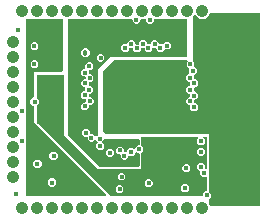
<source format=gbr>
G04 EAGLE Gerber RS-274X export*
G75*
%MOMM*%
%FSLAX34Y34*%
%LPD*%
%INCopper Layer 15*%
%IPPOS*%
%AMOC8*
5,1,8,0,0,1.08239X$1,22.5*%
G01*
%ADD10C,1.050000*%
%ADD11C,0.403200*%
%ADD12C,0.457200*%
%ADD13C,0.453200*%

G36*
X211978Y3763D02*
X211978Y3763D01*
X211997Y3761D01*
X212099Y3783D01*
X212201Y3799D01*
X212218Y3809D01*
X212238Y3813D01*
X212327Y3866D01*
X212418Y3915D01*
X212432Y3929D01*
X212449Y3939D01*
X212516Y4018D01*
X212588Y4093D01*
X212596Y4111D01*
X212609Y4126D01*
X212648Y4222D01*
X212691Y4316D01*
X212693Y4336D01*
X212701Y4354D01*
X212719Y4521D01*
X212719Y166675D01*
X212717Y166692D01*
X212718Y166707D01*
X212718Y166709D01*
X212718Y166714D01*
X212696Y166816D01*
X212680Y166918D01*
X212670Y166935D01*
X212666Y166955D01*
X212613Y167044D01*
X212564Y167135D01*
X212550Y167149D01*
X212540Y167166D01*
X212461Y167233D01*
X212386Y167305D01*
X212368Y167313D01*
X212353Y167326D01*
X212257Y167365D01*
X212163Y167408D01*
X212143Y167410D01*
X212125Y167418D01*
X211958Y167436D01*
X170764Y167436D01*
X170650Y167417D01*
X170533Y167400D01*
X170528Y167398D01*
X170522Y167397D01*
X170419Y167342D01*
X170314Y167289D01*
X170310Y167284D01*
X170304Y167281D01*
X170224Y167197D01*
X170142Y167113D01*
X170138Y167107D01*
X170135Y167103D01*
X170127Y167086D01*
X170061Y166966D01*
X169231Y164962D01*
X167397Y163128D01*
X165000Y162135D01*
X162406Y162135D01*
X160009Y163128D01*
X158175Y164962D01*
X158056Y165249D01*
X158019Y165310D01*
X157989Y165375D01*
X157954Y165414D01*
X157927Y165458D01*
X157872Y165504D01*
X157823Y165556D01*
X157777Y165582D01*
X157737Y165615D01*
X157670Y165640D01*
X157607Y165675D01*
X157556Y165684D01*
X157508Y165703D01*
X157436Y165706D01*
X157365Y165719D01*
X157314Y165711D01*
X157262Y165713D01*
X157193Y165693D01*
X157122Y165683D01*
X157076Y165659D01*
X157026Y165645D01*
X156967Y165604D01*
X156903Y165571D01*
X156866Y165534D01*
X156824Y165505D01*
X156781Y165447D01*
X156731Y165396D01*
X156696Y165333D01*
X156677Y165307D01*
X156670Y165285D01*
X156650Y165249D01*
X156531Y164962D01*
X155672Y164103D01*
X155619Y164029D01*
X155559Y163960D01*
X155547Y163929D01*
X155528Y163903D01*
X155501Y163816D01*
X155467Y163731D01*
X155463Y163691D01*
X155456Y163668D01*
X155457Y163636D01*
X155449Y163565D01*
X155449Y126756D01*
X155464Y126666D01*
X155471Y126575D01*
X155483Y126545D01*
X155489Y126513D01*
X155531Y126432D01*
X155567Y126348D01*
X155593Y126316D01*
X155604Y126296D01*
X155627Y126273D01*
X155672Y126217D01*
X156957Y124932D01*
X156957Y122060D01*
X156957Y122059D01*
X156926Y121960D01*
X156927Y121940D01*
X156922Y121921D01*
X156930Y121818D01*
X156932Y121714D01*
X156939Y121695D01*
X156941Y121676D01*
X156981Y121581D01*
X157017Y121483D01*
X157029Y121468D01*
X157037Y121449D01*
X157142Y121318D01*
X158989Y119471D01*
X158989Y116749D01*
X156888Y114648D01*
X156876Y114632D01*
X156861Y114619D01*
X156829Y114570D01*
X156828Y114569D01*
X156827Y114567D01*
X156805Y114532D01*
X156744Y114448D01*
X156739Y114429D01*
X156728Y114412D01*
X156702Y114312D01*
X156672Y114213D01*
X156673Y114193D01*
X156668Y114174D01*
X156676Y114071D01*
X156678Y113967D01*
X156685Y113948D01*
X156687Y113928D01*
X156727Y113834D01*
X156763Y113736D01*
X156775Y113720D01*
X156783Y113702D01*
X156830Y113644D01*
X156830Y111490D01*
X156833Y111470D01*
X156831Y111451D01*
X156853Y111349D01*
X156869Y111247D01*
X156879Y111230D01*
X156883Y111210D01*
X156936Y111121D01*
X156985Y111030D01*
X156999Y111016D01*
X157009Y110999D01*
X157088Y110932D01*
X157163Y110860D01*
X157181Y110852D01*
X157196Y110839D01*
X157292Y110800D01*
X157386Y110757D01*
X157406Y110755D01*
X157424Y110747D01*
X157591Y110729D01*
X158079Y110729D01*
X160005Y108803D01*
X160005Y106081D01*
X158079Y104155D01*
X157591Y104155D01*
X157571Y104152D01*
X157552Y104154D01*
X157450Y104132D01*
X157348Y104116D01*
X157331Y104106D01*
X157311Y104102D01*
X157222Y104049D01*
X157131Y104000D01*
X157117Y103986D01*
X157100Y103976D01*
X157033Y103897D01*
X156961Y103822D01*
X156953Y103804D01*
X156940Y103789D01*
X156901Y103693D01*
X156858Y103599D01*
X156856Y103579D01*
X156848Y103561D01*
X156830Y103394D01*
X156830Y101203D01*
X156833Y101183D01*
X156831Y101164D01*
X156853Y101062D01*
X156869Y100960D01*
X156879Y100943D01*
X156883Y100923D01*
X156936Y100834D01*
X156985Y100743D01*
X156999Y100729D01*
X157009Y100712D01*
X157088Y100645D01*
X157163Y100573D01*
X157181Y100565D01*
X157196Y100552D01*
X157292Y100513D01*
X157386Y100470D01*
X157406Y100468D01*
X157424Y100460D01*
X157591Y100442D01*
X157952Y100442D01*
X159878Y98516D01*
X159878Y95794D01*
X157952Y93868D01*
X157464Y93868D01*
X157444Y93865D01*
X157425Y93867D01*
X157323Y93845D01*
X157221Y93829D01*
X157204Y93819D01*
X157184Y93815D01*
X157095Y93762D01*
X157004Y93713D01*
X156990Y93699D01*
X156973Y93689D01*
X156906Y93610D01*
X156834Y93535D01*
X156826Y93517D01*
X156813Y93502D01*
X156774Y93406D01*
X156731Y93312D01*
X156729Y93292D01*
X156721Y93274D01*
X156703Y93107D01*
X156703Y91297D01*
X156706Y91280D01*
X156704Y91264D01*
X156704Y91262D01*
X156704Y91258D01*
X156726Y91156D01*
X156742Y91054D01*
X156752Y91037D01*
X156756Y91017D01*
X156809Y90928D01*
X156858Y90837D01*
X156872Y90823D01*
X156882Y90806D01*
X156961Y90739D01*
X157036Y90667D01*
X157054Y90659D01*
X157069Y90646D01*
X157165Y90607D01*
X157259Y90564D01*
X157279Y90562D01*
X157297Y90554D01*
X157464Y90536D01*
X157952Y90536D01*
X159878Y88610D01*
X159878Y85888D01*
X157952Y83962D01*
X155230Y83962D01*
X153304Y85888D01*
X153304Y88281D01*
X153303Y88292D01*
X153303Y88298D01*
X153302Y88306D01*
X153303Y88320D01*
X153281Y88422D01*
X153265Y88524D01*
X153255Y88541D01*
X153251Y88561D01*
X153198Y88650D01*
X153149Y88741D01*
X153135Y88755D01*
X153125Y88772D01*
X153046Y88839D01*
X152971Y88911D01*
X152953Y88919D01*
X152938Y88932D01*
X152842Y88971D01*
X152748Y89014D01*
X152728Y89016D01*
X152710Y89024D01*
X152543Y89042D01*
X152055Y89042D01*
X150129Y90968D01*
X150129Y93690D01*
X152055Y95616D01*
X152543Y95616D01*
X152563Y95619D01*
X152582Y95617D01*
X152684Y95639D01*
X152786Y95655D01*
X152803Y95665D01*
X152823Y95669D01*
X152912Y95722D01*
X153003Y95771D01*
X153017Y95785D01*
X153034Y95795D01*
X153101Y95874D01*
X153173Y95949D01*
X153181Y95967D01*
X153194Y95982D01*
X153233Y96078D01*
X153276Y96172D01*
X153278Y96192D01*
X153286Y96210D01*
X153304Y96377D01*
X153304Y98060D01*
X153301Y98080D01*
X153303Y98099D01*
X153281Y98201D01*
X153265Y98303D01*
X153255Y98320D01*
X153251Y98340D01*
X153198Y98429D01*
X153149Y98520D01*
X153135Y98534D01*
X153125Y98551D01*
X153046Y98618D01*
X152971Y98690D01*
X152953Y98698D01*
X152938Y98711D01*
X152842Y98750D01*
X152748Y98793D01*
X152728Y98795D01*
X152710Y98803D01*
X152543Y98821D01*
X152182Y98821D01*
X150256Y100747D01*
X150256Y103469D01*
X152182Y105395D01*
X152670Y105395D01*
X152690Y105398D01*
X152709Y105396D01*
X152811Y105418D01*
X152913Y105434D01*
X152930Y105444D01*
X152950Y105448D01*
X153039Y105501D01*
X153130Y105550D01*
X153144Y105564D01*
X153161Y105574D01*
X153228Y105653D01*
X153300Y105728D01*
X153308Y105746D01*
X153321Y105761D01*
X153360Y105857D01*
X153403Y105951D01*
X153405Y105971D01*
X153413Y105989D01*
X153431Y106156D01*
X153431Y108220D01*
X153428Y108240D01*
X153430Y108259D01*
X153408Y108361D01*
X153392Y108463D01*
X153382Y108480D01*
X153378Y108500D01*
X153325Y108589D01*
X153276Y108680D01*
X153262Y108694D01*
X153252Y108711D01*
X153173Y108778D01*
X153098Y108850D01*
X153080Y108858D01*
X153065Y108871D01*
X152969Y108910D01*
X152875Y108953D01*
X152855Y108955D01*
X152837Y108963D01*
X152670Y108981D01*
X152182Y108981D01*
X150256Y110907D01*
X150256Y113629D01*
X152357Y115730D01*
X152369Y115746D01*
X152384Y115759D01*
X152440Y115846D01*
X152501Y115930D01*
X152506Y115949D01*
X152517Y115966D01*
X152543Y116066D01*
X152573Y116165D01*
X152572Y116185D01*
X152577Y116204D01*
X152569Y116307D01*
X152567Y116411D01*
X152560Y116430D01*
X152558Y116449D01*
X152518Y116544D01*
X152482Y116642D01*
X152470Y116658D01*
X152462Y116676D01*
X152415Y116734D01*
X152415Y119621D01*
X152416Y119622D01*
X152446Y119721D01*
X152445Y119741D01*
X152450Y119760D01*
X152442Y119863D01*
X152440Y119967D01*
X152433Y119986D01*
X152431Y120006D01*
X152391Y120100D01*
X152355Y120198D01*
X152343Y120214D01*
X152335Y120232D01*
X152230Y120363D01*
X150383Y122210D01*
X150383Y124932D01*
X151151Y125700D01*
X151192Y125758D01*
X151242Y125810D01*
X151264Y125857D01*
X151294Y125899D01*
X151315Y125968D01*
X151345Y126033D01*
X151351Y126085D01*
X151366Y126135D01*
X151365Y126206D01*
X151373Y126277D01*
X151361Y126328D01*
X151360Y126380D01*
X151335Y126448D01*
X151320Y126518D01*
X151294Y126562D01*
X151276Y126611D01*
X151231Y126667D01*
X151194Y126729D01*
X151155Y126763D01*
X151122Y126803D01*
X151062Y126842D01*
X151007Y126889D01*
X150959Y126908D01*
X150915Y126936D01*
X150846Y126954D01*
X150779Y126981D01*
X150708Y126989D01*
X150677Y126997D01*
X150653Y126995D01*
X150612Y126999D01*
X89027Y126999D01*
X88937Y126985D01*
X88846Y126977D01*
X88816Y126965D01*
X88784Y126960D01*
X88704Y126917D01*
X88620Y126881D01*
X88588Y126855D01*
X88567Y126844D01*
X88545Y126821D01*
X88489Y126776D01*
X79853Y118140D01*
X79800Y118066D01*
X79740Y117997D01*
X79728Y117967D01*
X79709Y117941D01*
X79682Y117854D01*
X79648Y117769D01*
X79644Y117728D01*
X79637Y117705D01*
X79638Y117673D01*
X79630Y117602D01*
X79630Y68072D01*
X79645Y67982D01*
X79652Y67891D01*
X79664Y67861D01*
X79670Y67829D01*
X79712Y67749D01*
X79748Y67665D01*
X79774Y67633D01*
X79785Y67612D01*
X79808Y67590D01*
X79853Y67534D01*
X82393Y64994D01*
X82467Y64941D01*
X82536Y64881D01*
X82566Y64869D01*
X82592Y64850D01*
X82679Y64823D01*
X82764Y64789D01*
X82805Y64785D01*
X82828Y64778D01*
X82860Y64779D01*
X82931Y64771D01*
X169292Y64771D01*
X169292Y16012D01*
X169307Y15922D01*
X169314Y15831D01*
X169326Y15801D01*
X169332Y15769D01*
X169374Y15688D01*
X169410Y15604D01*
X169436Y15572D01*
X169447Y15552D01*
X169470Y15529D01*
X169515Y15473D01*
X170927Y14061D01*
X170927Y11339D01*
X169515Y9927D01*
X169462Y9853D01*
X169402Y9783D01*
X169390Y9753D01*
X169371Y9727D01*
X169344Y9640D01*
X169310Y9555D01*
X169306Y9514D01*
X169299Y9492D01*
X169300Y9460D01*
X169292Y9388D01*
X169292Y5984D01*
X169302Y5920D01*
X169303Y5854D01*
X169326Y5774D01*
X169332Y5742D01*
X169341Y5725D01*
X169350Y5693D01*
X169956Y4230D01*
X170017Y4130D01*
X170077Y4030D01*
X170082Y4026D01*
X170086Y4021D01*
X170175Y3946D01*
X170264Y3870D01*
X170270Y3868D01*
X170275Y3864D01*
X170383Y3822D01*
X170492Y3778D01*
X170500Y3777D01*
X170505Y3776D01*
X170523Y3775D01*
X170659Y3760D01*
X211958Y3760D01*
X211978Y3763D01*
G37*
G36*
X109875Y36834D02*
X109875Y36834D01*
X109894Y36832D01*
X109996Y36854D01*
X110098Y36871D01*
X110115Y36880D01*
X110135Y36884D01*
X110224Y36937D01*
X110315Y36986D01*
X110329Y37000D01*
X110346Y37010D01*
X110413Y37089D01*
X110485Y37164D01*
X110493Y37182D01*
X110506Y37197D01*
X110545Y37293D01*
X110588Y37387D01*
X110590Y37407D01*
X110598Y37425D01*
X110616Y37592D01*
X110616Y47514D01*
X110615Y47523D01*
X110615Y47528D01*
X110613Y47536D01*
X110615Y47553D01*
X110593Y47655D01*
X110577Y47757D01*
X110567Y47774D01*
X110563Y47794D01*
X110510Y47883D01*
X110461Y47974D01*
X110447Y47988D01*
X110437Y48005D01*
X110358Y48072D01*
X110283Y48144D01*
X110265Y48152D01*
X110250Y48165D01*
X110154Y48204D01*
X110060Y48247D01*
X110040Y48249D01*
X110022Y48257D01*
X109855Y48275D01*
X108875Y48275D01*
X108218Y48932D01*
X108160Y48973D01*
X108108Y49023D01*
X108061Y49045D01*
X108019Y49075D01*
X107950Y49096D01*
X107885Y49126D01*
X107833Y49132D01*
X107783Y49148D01*
X107712Y49146D01*
X107641Y49154D01*
X107590Y49142D01*
X107538Y49141D01*
X107470Y49117D01*
X107400Y49101D01*
X107355Y49075D01*
X107307Y49057D01*
X107251Y49012D01*
X107189Y48975D01*
X107155Y48936D01*
X107115Y48903D01*
X107076Y48843D01*
X107029Y48788D01*
X107010Y48740D01*
X106982Y48696D01*
X106964Y48627D01*
X106937Y48560D01*
X106929Y48489D01*
X106921Y48458D01*
X106923Y48434D01*
X106919Y48393D01*
X106919Y48042D01*
X104993Y46116D01*
X102235Y46116D01*
X102219Y46124D01*
X102177Y46154D01*
X102108Y46175D01*
X102043Y46205D01*
X101991Y46211D01*
X101942Y46227D01*
X101870Y46225D01*
X101799Y46233D01*
X101748Y46221D01*
X101696Y46220D01*
X101628Y46196D01*
X101558Y46180D01*
X101513Y46154D01*
X101465Y46136D01*
X101409Y46091D01*
X101347Y46054D01*
X101313Y46015D01*
X101273Y45982D01*
X101234Y45922D01*
X101187Y45867D01*
X101168Y45819D01*
X101140Y45775D01*
X101122Y45706D01*
X101095Y45639D01*
X101087Y45568D01*
X101079Y45537D01*
X101081Y45513D01*
X101077Y45472D01*
X101077Y44867D01*
X99151Y42941D01*
X96429Y42941D01*
X94503Y44867D01*
X94503Y46625D01*
X94500Y46645D01*
X94502Y46664D01*
X94480Y46766D01*
X94464Y46868D01*
X94454Y46885D01*
X94450Y46905D01*
X94397Y46994D01*
X94348Y47085D01*
X94334Y47099D01*
X94324Y47116D01*
X94245Y47183D01*
X94170Y47255D01*
X94152Y47263D01*
X94137Y47276D01*
X94041Y47315D01*
X93947Y47358D01*
X93927Y47360D01*
X93909Y47368D01*
X93742Y47386D01*
X92619Y47386D01*
X90693Y49312D01*
X90693Y52034D01*
X92619Y53960D01*
X95341Y53960D01*
X97267Y52034D01*
X97267Y50276D01*
X97270Y50256D01*
X97268Y50237D01*
X97290Y50135D01*
X97306Y50033D01*
X97316Y50016D01*
X97320Y49996D01*
X97373Y49907D01*
X97422Y49816D01*
X97436Y49802D01*
X97446Y49785D01*
X97525Y49718D01*
X97600Y49646D01*
X97618Y49638D01*
X97633Y49625D01*
X97729Y49586D01*
X97823Y49543D01*
X97843Y49541D01*
X97861Y49533D01*
X98028Y49515D01*
X99187Y49515D01*
X99203Y49507D01*
X99245Y49477D01*
X99314Y49456D01*
X99379Y49426D01*
X99431Y49420D01*
X99480Y49404D01*
X99552Y49406D01*
X99623Y49398D01*
X99674Y49410D01*
X99726Y49411D01*
X99794Y49435D01*
X99864Y49451D01*
X99909Y49477D01*
X99957Y49495D01*
X100013Y49540D01*
X100075Y49577D01*
X100109Y49616D01*
X100149Y49649D01*
X100188Y49709D01*
X100235Y49764D01*
X100254Y49812D01*
X100282Y49856D01*
X100300Y49925D01*
X100327Y49992D01*
X100335Y50063D01*
X100343Y50094D01*
X100341Y50118D01*
X100345Y50159D01*
X100345Y50764D01*
X102271Y52690D01*
X104993Y52690D01*
X105650Y52033D01*
X105708Y51992D01*
X105760Y51942D01*
X105807Y51920D01*
X105849Y51890D01*
X105918Y51869D01*
X105983Y51839D01*
X106035Y51833D01*
X106085Y51817D01*
X106156Y51819D01*
X106227Y51811D01*
X106278Y51823D01*
X106330Y51824D01*
X106398Y51848D01*
X106468Y51864D01*
X106513Y51890D01*
X106561Y51908D01*
X106617Y51953D01*
X106679Y51990D01*
X106713Y52029D01*
X106753Y52062D01*
X106792Y52122D01*
X106839Y52177D01*
X106858Y52225D01*
X106886Y52269D01*
X106904Y52338D01*
X106931Y52405D01*
X106939Y52476D01*
X106947Y52507D01*
X106945Y52531D01*
X106949Y52572D01*
X106949Y52923D01*
X108875Y54849D01*
X109855Y54849D01*
X109875Y54852D01*
X109894Y54850D01*
X109996Y54872D01*
X110098Y54888D01*
X110115Y54898D01*
X110135Y54902D01*
X110224Y54955D01*
X110315Y55004D01*
X110329Y55018D01*
X110346Y55028D01*
X110413Y55107D01*
X110485Y55182D01*
X110493Y55200D01*
X110506Y55215D01*
X110545Y55311D01*
X110588Y55405D01*
X110590Y55425D01*
X110598Y55443D01*
X110616Y55610D01*
X110616Y59182D01*
X110613Y59202D01*
X110615Y59221D01*
X110593Y59323D01*
X110577Y59425D01*
X110567Y59442D01*
X110563Y59462D01*
X110510Y59551D01*
X110461Y59642D01*
X110447Y59656D01*
X110437Y59673D01*
X110358Y59740D01*
X110283Y59812D01*
X110265Y59820D01*
X110250Y59833D01*
X110154Y59872D01*
X110060Y59915D01*
X110040Y59917D01*
X110022Y59925D01*
X109855Y59943D01*
X80756Y59943D01*
X80736Y59940D01*
X80717Y59942D01*
X80615Y59920D01*
X80513Y59904D01*
X80496Y59894D01*
X80476Y59890D01*
X80387Y59837D01*
X80296Y59788D01*
X80282Y59774D01*
X80265Y59764D01*
X80198Y59685D01*
X80126Y59610D01*
X80118Y59592D01*
X80105Y59577D01*
X80066Y59481D01*
X80023Y59387D01*
X80021Y59371D01*
X78973Y58323D01*
X78962Y58307D01*
X78946Y58295D01*
X78890Y58207D01*
X78830Y58124D01*
X78824Y58105D01*
X78813Y58088D01*
X78788Y57987D01*
X78758Y57888D01*
X78758Y57869D01*
X78753Y57849D01*
X78761Y57746D01*
X78764Y57643D01*
X78771Y57624D01*
X78772Y57604D01*
X78813Y57509D01*
X78848Y57412D01*
X78861Y57396D01*
X78869Y57378D01*
X78973Y57247D01*
X80503Y55717D01*
X80503Y52995D01*
X78577Y51069D01*
X75855Y51069D01*
X73929Y52995D01*
X73929Y55717D01*
X74951Y56739D01*
X74962Y56755D01*
X74978Y56767D01*
X75034Y56855D01*
X75094Y56938D01*
X75100Y56957D01*
X75111Y56974D01*
X75136Y57075D01*
X75166Y57174D01*
X75166Y57193D01*
X75171Y57213D01*
X75163Y57316D01*
X75160Y57419D01*
X75153Y57438D01*
X75152Y57458D01*
X75111Y57553D01*
X75076Y57650D01*
X75063Y57666D01*
X75055Y57684D01*
X74951Y57815D01*
X73436Y59330D01*
X73420Y59341D01*
X73408Y59357D01*
X73321Y59413D01*
X73237Y59473D01*
X73217Y59479D01*
X73201Y59490D01*
X73100Y59515D01*
X73001Y59545D01*
X72982Y59545D01*
X72962Y59550D01*
X72859Y59542D01*
X72756Y59539D01*
X72737Y59532D01*
X72717Y59531D01*
X72622Y59490D01*
X72525Y59455D01*
X72509Y59442D01*
X72491Y59434D01*
X72360Y59330D01*
X71211Y58181D01*
X68489Y58181D01*
X66563Y60107D01*
X66563Y61357D01*
X66560Y61377D01*
X66562Y61396D01*
X66540Y61498D01*
X66524Y61600D01*
X66514Y61617D01*
X66510Y61637D01*
X66457Y61726D01*
X66408Y61817D01*
X66394Y61831D01*
X66384Y61848D01*
X66305Y61915D01*
X66230Y61987D01*
X66212Y61995D01*
X66197Y62008D01*
X66101Y62047D01*
X66007Y62090D01*
X65987Y62092D01*
X65969Y62100D01*
X65802Y62118D01*
X64171Y62118D01*
X62245Y64044D01*
X62245Y66766D01*
X64171Y68692D01*
X66893Y68692D01*
X68819Y66766D01*
X68819Y65516D01*
X68822Y65496D01*
X68820Y65477D01*
X68842Y65375D01*
X68858Y65273D01*
X68868Y65256D01*
X68872Y65236D01*
X68925Y65147D01*
X68974Y65056D01*
X68988Y65042D01*
X68998Y65025D01*
X69077Y64958D01*
X69152Y64886D01*
X69170Y64878D01*
X69185Y64865D01*
X69281Y64826D01*
X69375Y64783D01*
X69395Y64781D01*
X69413Y64773D01*
X69580Y64755D01*
X71211Y64755D01*
X73122Y62844D01*
X73138Y62833D01*
X73150Y62817D01*
X73238Y62761D01*
X73321Y62701D01*
X73340Y62695D01*
X73357Y62684D01*
X73458Y62659D01*
X73557Y62629D01*
X73576Y62629D01*
X73596Y62624D01*
X73699Y62632D01*
X73802Y62635D01*
X73821Y62642D01*
X73841Y62643D01*
X73936Y62684D01*
X74033Y62719D01*
X74049Y62732D01*
X74067Y62740D01*
X74198Y62844D01*
X75214Y63860D01*
X75267Y63934D01*
X75327Y64004D01*
X75339Y64034D01*
X75358Y64060D01*
X75385Y64147D01*
X75419Y64232D01*
X75423Y64273D01*
X75430Y64295D01*
X75429Y64327D01*
X75437Y64399D01*
X75437Y119827D01*
X85786Y130176D01*
X150368Y130176D01*
X150388Y130179D01*
X150407Y130177D01*
X150509Y130199D01*
X150611Y130216D01*
X150628Y130225D01*
X150648Y130229D01*
X150737Y130282D01*
X150828Y130331D01*
X150842Y130345D01*
X150859Y130355D01*
X150926Y130434D01*
X150998Y130509D01*
X151006Y130527D01*
X151019Y130542D01*
X151058Y130638D01*
X151101Y130732D01*
X151103Y130752D01*
X151111Y130770D01*
X151129Y130937D01*
X151129Y160909D01*
X151126Y160929D01*
X151128Y160948D01*
X151106Y161050D01*
X151090Y161152D01*
X151080Y161169D01*
X151076Y161189D01*
X151023Y161278D01*
X150974Y161369D01*
X150960Y161383D01*
X150950Y161400D01*
X150871Y161467D01*
X150796Y161539D01*
X150778Y161547D01*
X150763Y161560D01*
X150667Y161599D01*
X150573Y161642D01*
X150553Y161644D01*
X150535Y161652D01*
X150368Y161670D01*
X123428Y161670D01*
X123408Y161667D01*
X123389Y161669D01*
X123287Y161647D01*
X123185Y161631D01*
X123168Y161621D01*
X123148Y161617D01*
X123059Y161564D01*
X122968Y161515D01*
X122954Y161501D01*
X122937Y161491D01*
X122870Y161412D01*
X122798Y161337D01*
X122790Y161319D01*
X122777Y161304D01*
X122738Y161208D01*
X122695Y161114D01*
X122693Y161094D01*
X122685Y161076D01*
X122667Y160909D01*
X122667Y159929D01*
X120741Y158003D01*
X118019Y158003D01*
X116093Y159929D01*
X116093Y160909D01*
X116090Y160929D01*
X116092Y160948D01*
X116070Y161050D01*
X116054Y161152D01*
X116044Y161169D01*
X116040Y161189D01*
X115987Y161278D01*
X115938Y161369D01*
X115924Y161383D01*
X115914Y161400D01*
X115835Y161467D01*
X115760Y161539D01*
X115742Y161547D01*
X115727Y161560D01*
X115631Y161599D01*
X115537Y161642D01*
X115517Y161644D01*
X115499Y161652D01*
X115332Y161670D01*
X111998Y161670D01*
X111978Y161667D01*
X111959Y161669D01*
X111857Y161647D01*
X111755Y161631D01*
X111738Y161621D01*
X111718Y161617D01*
X111629Y161564D01*
X111538Y161515D01*
X111524Y161501D01*
X111507Y161491D01*
X111440Y161412D01*
X111368Y161337D01*
X111360Y161319D01*
X111347Y161304D01*
X111308Y161208D01*
X111265Y161114D01*
X111263Y161094D01*
X111255Y161076D01*
X111237Y160909D01*
X111237Y159929D01*
X109311Y158003D01*
X106589Y158003D01*
X104663Y159929D01*
X104663Y160909D01*
X104660Y160929D01*
X104662Y160948D01*
X104640Y161050D01*
X104624Y161152D01*
X104614Y161169D01*
X104610Y161189D01*
X104557Y161278D01*
X104508Y161369D01*
X104494Y161383D01*
X104484Y161400D01*
X104405Y161467D01*
X104330Y161539D01*
X104312Y161547D01*
X104297Y161560D01*
X104201Y161599D01*
X104107Y161642D01*
X104087Y161644D01*
X104069Y161652D01*
X103902Y161670D01*
X50546Y161670D01*
X50526Y161667D01*
X50507Y161669D01*
X50405Y161647D01*
X50303Y161631D01*
X50286Y161621D01*
X50266Y161617D01*
X50177Y161564D01*
X50086Y161515D01*
X50072Y161501D01*
X50055Y161491D01*
X49988Y161412D01*
X49917Y161337D01*
X49908Y161319D01*
X49895Y161304D01*
X49856Y161208D01*
X49813Y161114D01*
X49811Y161094D01*
X49803Y161076D01*
X49785Y160909D01*
X49785Y64262D01*
X49800Y64172D01*
X49807Y64081D01*
X49819Y64051D01*
X49825Y64019D01*
X49867Y63939D01*
X49903Y63855D01*
X49929Y63823D01*
X49940Y63802D01*
X49963Y63780D01*
X49989Y63747D01*
X49990Y63745D01*
X49992Y63744D01*
X50008Y63724D01*
X76678Y37054D01*
X76752Y37001D01*
X76821Y36941D01*
X76851Y36929D01*
X76877Y36910D01*
X76964Y36883D01*
X77049Y36849D01*
X77090Y36845D01*
X77113Y36838D01*
X77145Y36839D01*
X77216Y36831D01*
X109855Y36831D01*
X109875Y36834D01*
G37*
G36*
X163612Y12450D02*
X163612Y12450D01*
X163631Y12448D01*
X163733Y12470D01*
X163835Y12487D01*
X163852Y12496D01*
X163872Y12500D01*
X163961Y12553D01*
X164052Y12602D01*
X164066Y12616D01*
X164083Y12626D01*
X164150Y12705D01*
X164222Y12780D01*
X164230Y12798D01*
X164243Y12813D01*
X164282Y12909D01*
X164325Y13003D01*
X164327Y13023D01*
X164335Y13041D01*
X164353Y13208D01*
X164353Y14061D01*
X166279Y15987D01*
X166751Y15987D01*
X166771Y15990D01*
X166790Y15988D01*
X166892Y16010D01*
X166994Y16026D01*
X167011Y16036D01*
X167031Y16040D01*
X167120Y16093D01*
X167211Y16142D01*
X167225Y16156D01*
X167242Y16166D01*
X167309Y16245D01*
X167381Y16320D01*
X167389Y16338D01*
X167402Y16353D01*
X167441Y16449D01*
X167484Y16543D01*
X167486Y16563D01*
X167494Y16581D01*
X167512Y16748D01*
X167512Y27702D01*
X167511Y27709D01*
X167511Y27711D01*
X167509Y27720D01*
X167509Y27722D01*
X167511Y27741D01*
X167489Y27843D01*
X167473Y27945D01*
X167463Y27962D01*
X167459Y27982D01*
X167406Y28071D01*
X167357Y28162D01*
X167343Y28176D01*
X167333Y28193D01*
X167254Y28260D01*
X167179Y28332D01*
X167161Y28340D01*
X167146Y28353D01*
X167050Y28392D01*
X166956Y28435D01*
X166936Y28437D01*
X166918Y28445D01*
X166751Y28463D01*
X163739Y28463D01*
X161813Y30389D01*
X161813Y32782D01*
X161810Y32802D01*
X161812Y32821D01*
X161790Y32923D01*
X161774Y33025D01*
X161764Y33042D01*
X161760Y33062D01*
X161707Y33151D01*
X161658Y33242D01*
X161644Y33256D01*
X161634Y33273D01*
X161555Y33340D01*
X161480Y33412D01*
X161462Y33420D01*
X161447Y33433D01*
X161351Y33472D01*
X161257Y33515D01*
X161237Y33517D01*
X161219Y33525D01*
X161217Y33525D01*
X159273Y35469D01*
X159273Y38191D01*
X161199Y40117D01*
X163921Y40117D01*
X165847Y38191D01*
X165847Y35798D01*
X165850Y35778D01*
X165848Y35759D01*
X165870Y35657D01*
X165886Y35555D01*
X165896Y35538D01*
X165900Y35518D01*
X165953Y35429D01*
X166002Y35338D01*
X166016Y35324D01*
X166026Y35307D01*
X166105Y35240D01*
X166180Y35168D01*
X166198Y35160D01*
X166213Y35147D01*
X166309Y35108D01*
X166403Y35065D01*
X166423Y35063D01*
X166441Y35055D01*
X166608Y35037D01*
X166751Y35037D01*
X166771Y35040D01*
X166790Y35038D01*
X166892Y35060D01*
X166994Y35076D01*
X167011Y35086D01*
X167031Y35090D01*
X167120Y35143D01*
X167211Y35192D01*
X167225Y35206D01*
X167242Y35216D01*
X167309Y35295D01*
X167381Y35370D01*
X167389Y35388D01*
X167402Y35403D01*
X167441Y35499D01*
X167484Y35593D01*
X167486Y35613D01*
X167494Y35631D01*
X167512Y35798D01*
X167512Y61341D01*
X167509Y61361D01*
X167511Y61380D01*
X167489Y61482D01*
X167473Y61584D01*
X167463Y61601D01*
X167459Y61621D01*
X167406Y61710D01*
X167357Y61801D01*
X167343Y61815D01*
X167333Y61832D01*
X167254Y61899D01*
X167179Y61971D01*
X167161Y61979D01*
X167146Y61992D01*
X167050Y62031D01*
X166956Y62074D01*
X166936Y62076D01*
X166918Y62084D01*
X166751Y62102D01*
X165364Y62102D01*
X165293Y62091D01*
X165221Y62089D01*
X165172Y62071D01*
X165121Y62063D01*
X165058Y62029D01*
X164990Y62004D01*
X164950Y61972D01*
X164904Y61947D01*
X164854Y61896D01*
X164798Y61851D01*
X164770Y61807D01*
X164734Y61769D01*
X164704Y61704D01*
X164665Y61644D01*
X164653Y61593D01*
X164631Y61546D01*
X164623Y61475D01*
X164605Y61405D01*
X164609Y61353D01*
X164603Y61302D01*
X164619Y61231D01*
X164624Y61160D01*
X164645Y61112D01*
X164656Y61061D01*
X164693Y61000D01*
X164721Y60934D01*
X164765Y60878D01*
X164782Y60850D01*
X164800Y60835D01*
X164825Y60803D01*
X165847Y59781D01*
X165847Y57059D01*
X163921Y55133D01*
X161199Y55133D01*
X159273Y57059D01*
X159273Y59781D01*
X160295Y60803D01*
X160336Y60861D01*
X160386Y60913D01*
X160408Y60960D01*
X160438Y61002D01*
X160459Y61071D01*
X160489Y61136D01*
X160495Y61188D01*
X160510Y61238D01*
X160509Y61309D01*
X160517Y61380D01*
X160505Y61431D01*
X160504Y61483D01*
X160479Y61551D01*
X160464Y61621D01*
X160438Y61665D01*
X160420Y61714D01*
X160375Y61770D01*
X160338Y61832D01*
X160299Y61866D01*
X160266Y61906D01*
X160206Y61945D01*
X160151Y61992D01*
X160103Y62011D01*
X160059Y62039D01*
X159990Y62057D01*
X159923Y62084D01*
X159852Y62092D01*
X159821Y62100D01*
X159797Y62098D01*
X159756Y62102D01*
X112776Y62102D01*
X112756Y62099D01*
X112737Y62101D01*
X112635Y62079D01*
X112533Y62063D01*
X112516Y62053D01*
X112496Y62049D01*
X112407Y61996D01*
X112316Y61947D01*
X112302Y61933D01*
X112285Y61923D01*
X112218Y61844D01*
X112147Y61769D01*
X112138Y61751D01*
X112125Y61736D01*
X112086Y61640D01*
X112043Y61546D01*
X112041Y61526D01*
X112033Y61508D01*
X112015Y61341D01*
X112015Y54747D01*
X112030Y54657D01*
X112037Y54566D01*
X112049Y54536D01*
X112055Y54504D01*
X112097Y54423D01*
X112133Y54339D01*
X112159Y54307D01*
X112170Y54287D01*
X112193Y54264D01*
X112238Y54208D01*
X113523Y52923D01*
X113523Y50201D01*
X112238Y48916D01*
X112185Y48842D01*
X112125Y48772D01*
X112113Y48742D01*
X112094Y48716D01*
X112067Y48629D01*
X112033Y48544D01*
X112029Y48503D01*
X112022Y48481D01*
X112023Y48449D01*
X112015Y48377D01*
X112015Y35178D01*
X75626Y35178D01*
X46862Y63942D01*
X46862Y113792D01*
X46859Y113812D01*
X46861Y113831D01*
X46839Y113933D01*
X46823Y114035D01*
X46813Y114052D01*
X46809Y114072D01*
X46756Y114161D01*
X46707Y114252D01*
X46693Y114266D01*
X46683Y114283D01*
X46604Y114350D01*
X46529Y114422D01*
X46511Y114430D01*
X46496Y114443D01*
X46400Y114482D01*
X46306Y114525D01*
X46286Y114527D01*
X46268Y114535D01*
X46101Y114553D01*
X24638Y114553D01*
X24618Y114550D01*
X24599Y114552D01*
X24497Y114530D01*
X24395Y114514D01*
X24378Y114504D01*
X24358Y114500D01*
X24269Y114447D01*
X24178Y114398D01*
X24164Y114384D01*
X24147Y114374D01*
X24080Y114295D01*
X24009Y114220D01*
X24000Y114202D01*
X23987Y114187D01*
X23948Y114091D01*
X23905Y113997D01*
X23903Y113977D01*
X23895Y113959D01*
X23877Y113792D01*
X23877Y95232D01*
X23892Y95142D01*
X23899Y95051D01*
X23911Y95021D01*
X23917Y94990D01*
X23959Y94909D01*
X23995Y94825D01*
X24021Y94793D01*
X24032Y94772D01*
X24055Y94750D01*
X24100Y94694D01*
X25254Y93540D01*
X25254Y90610D01*
X24100Y89456D01*
X24047Y89382D01*
X23987Y89313D01*
X23975Y89282D01*
X23956Y89256D01*
X23929Y89169D01*
X23895Y89084D01*
X23891Y89044D01*
X23884Y89021D01*
X23885Y88989D01*
X23877Y88918D01*
X23877Y74295D01*
X23892Y74205D01*
X23899Y74114D01*
X23911Y74084D01*
X23917Y74052D01*
X23959Y73972D01*
X23995Y73888D01*
X24021Y73856D01*
X24032Y73835D01*
X24055Y73813D01*
X24100Y73757D01*
X85187Y12670D01*
X85261Y12617D01*
X85330Y12557D01*
X85360Y12545D01*
X85386Y12526D01*
X85473Y12499D01*
X85558Y12465D01*
X85599Y12461D01*
X85622Y12454D01*
X85654Y12455D01*
X85725Y12447D01*
X163592Y12447D01*
X163612Y12450D01*
G37*
G36*
X81859Y12331D02*
X81859Y12331D01*
X81930Y12333D01*
X81979Y12351D01*
X82031Y12360D01*
X82094Y12393D01*
X82161Y12418D01*
X82202Y12450D01*
X82248Y12475D01*
X82297Y12526D01*
X82353Y12571D01*
X82382Y12615D01*
X82418Y12653D01*
X82448Y12718D01*
X82486Y12778D01*
X82499Y12829D01*
X82521Y12876D01*
X82529Y12947D01*
X82547Y13017D01*
X82542Y13069D01*
X82548Y13120D01*
X82533Y13191D01*
X82527Y13262D01*
X82507Y13310D01*
X82496Y13361D01*
X82459Y13422D01*
X82431Y13488D01*
X82386Y13544D01*
X82370Y13572D01*
X82352Y13587D01*
X82326Y13619D01*
X21081Y74864D01*
X21081Y87777D01*
X21078Y87797D01*
X21080Y87816D01*
X21058Y87918D01*
X21042Y88020D01*
X21032Y88037D01*
X21028Y88057D01*
X20975Y88146D01*
X20926Y88237D01*
X20912Y88251D01*
X20902Y88268D01*
X20823Y88335D01*
X20748Y88407D01*
X20730Y88415D01*
X20715Y88428D01*
X20619Y88467D01*
X20525Y88510D01*
X20505Y88512D01*
X20487Y88520D01*
X20320Y88538D01*
X20252Y88538D01*
X18180Y90610D01*
X18180Y93540D01*
X20252Y95612D01*
X20320Y95612D01*
X20340Y95615D01*
X20359Y95613D01*
X20461Y95635D01*
X20563Y95651D01*
X20580Y95661D01*
X20600Y95665D01*
X20689Y95718D01*
X20780Y95767D01*
X20794Y95781D01*
X20811Y95791D01*
X20878Y95870D01*
X20950Y95945D01*
X20958Y95963D01*
X20971Y95978D01*
X21010Y96074D01*
X21053Y96168D01*
X21055Y96188D01*
X21063Y96206D01*
X21081Y96373D01*
X21081Y117476D01*
X44831Y117476D01*
X44851Y117479D01*
X44870Y117477D01*
X44972Y117499D01*
X45074Y117516D01*
X45091Y117525D01*
X45111Y117529D01*
X45200Y117582D01*
X45291Y117631D01*
X45305Y117645D01*
X45322Y117655D01*
X45389Y117734D01*
X45461Y117809D01*
X45469Y117827D01*
X45482Y117842D01*
X45521Y117938D01*
X45564Y118032D01*
X45566Y118052D01*
X45574Y118070D01*
X45592Y118237D01*
X45592Y161036D01*
X45589Y161056D01*
X45591Y161075D01*
X45569Y161177D01*
X45553Y161279D01*
X45543Y161296D01*
X45539Y161316D01*
X45486Y161405D01*
X45437Y161496D01*
X45423Y161510D01*
X45413Y161527D01*
X45334Y161594D01*
X45259Y161666D01*
X45241Y161674D01*
X45226Y161687D01*
X45130Y161726D01*
X45036Y161769D01*
X45016Y161771D01*
X44998Y161779D01*
X44831Y161797D01*
X15254Y161797D01*
X15207Y161790D01*
X15201Y161790D01*
X15183Y161787D01*
X15123Y161786D01*
X15044Y161763D01*
X15011Y161758D01*
X14994Y161748D01*
X14962Y161739D01*
X14948Y161733D01*
X14849Y161672D01*
X14848Y161671D01*
X14794Y161642D01*
X14786Y161634D01*
X14749Y161612D01*
X14745Y161607D01*
X14739Y161603D01*
X14665Y161514D01*
X14589Y161425D01*
X14587Y161419D01*
X14582Y161414D01*
X14541Y161306D01*
X14497Y161197D01*
X14496Y161189D01*
X14494Y161184D01*
X14494Y161165D01*
X14479Y161030D01*
X14479Y85735D01*
X14494Y85645D01*
X14501Y85554D01*
X14513Y85524D01*
X14519Y85492D01*
X14561Y85411D01*
X14597Y85327D01*
X14623Y85295D01*
X14634Y85275D01*
X14657Y85252D01*
X14702Y85196D01*
X14717Y85181D01*
X14717Y82459D01*
X14702Y82444D01*
X14649Y82370D01*
X14589Y82300D01*
X14577Y82270D01*
X14558Y82244D01*
X14531Y82157D01*
X14497Y82072D01*
X14493Y82031D01*
X14486Y82009D01*
X14487Y81977D01*
X14479Y81905D01*
X14479Y60335D01*
X14494Y60245D01*
X14501Y60154D01*
X14513Y60124D01*
X14519Y60092D01*
X14561Y60011D01*
X14597Y59927D01*
X14623Y59895D01*
X14634Y59875D01*
X14657Y59852D01*
X14702Y59796D01*
X14717Y59781D01*
X14717Y57059D01*
X14702Y57044D01*
X14649Y56970D01*
X14589Y56900D01*
X14577Y56870D01*
X14558Y56844D01*
X14531Y56757D01*
X14497Y56672D01*
X14493Y56631D01*
X14486Y56609D01*
X14487Y56577D01*
X14479Y56505D01*
X14479Y13081D01*
X14482Y13061D01*
X14480Y13042D01*
X14502Y12940D01*
X14519Y12838D01*
X14528Y12821D01*
X14532Y12801D01*
X14585Y12712D01*
X14634Y12621D01*
X14648Y12607D01*
X14658Y12590D01*
X14737Y12523D01*
X14812Y12452D01*
X14830Y12443D01*
X14845Y12430D01*
X14941Y12391D01*
X15035Y12348D01*
X15055Y12346D01*
X15073Y12338D01*
X15240Y12320D01*
X81788Y12320D01*
X81859Y12331D01*
G37*
%LPC*%
G36*
X62774Y84597D02*
X62774Y84597D01*
X60848Y86523D01*
X60848Y89245D01*
X62774Y91171D01*
X64405Y91171D01*
X64425Y91174D01*
X64444Y91172D01*
X64546Y91194D01*
X64648Y91210D01*
X64665Y91220D01*
X64685Y91224D01*
X64774Y91277D01*
X64865Y91326D01*
X64879Y91340D01*
X64896Y91350D01*
X64963Y91429D01*
X65035Y91504D01*
X65043Y91522D01*
X65056Y91537D01*
X65095Y91633D01*
X65138Y91727D01*
X65140Y91747D01*
X65148Y91765D01*
X65166Y91932D01*
X65166Y93234D01*
X65163Y93254D01*
X65165Y93273D01*
X65143Y93375D01*
X65127Y93477D01*
X65117Y93494D01*
X65113Y93514D01*
X65060Y93603D01*
X65011Y93694D01*
X64997Y93708D01*
X64987Y93725D01*
X64908Y93792D01*
X64833Y93864D01*
X64815Y93872D01*
X64800Y93885D01*
X64704Y93924D01*
X64610Y93967D01*
X64590Y93969D01*
X64572Y93977D01*
X64405Y93995D01*
X62901Y93995D01*
X60975Y95921D01*
X60975Y98643D01*
X62901Y100569D01*
X63897Y100569D01*
X63917Y100572D01*
X63936Y100570D01*
X64038Y100592D01*
X64140Y100608D01*
X64157Y100618D01*
X64177Y100622D01*
X64266Y100675D01*
X64357Y100724D01*
X64371Y100738D01*
X64388Y100748D01*
X64455Y100827D01*
X64527Y100902D01*
X64535Y100920D01*
X64548Y100935D01*
X64587Y101031D01*
X64630Y101125D01*
X64632Y101145D01*
X64640Y101163D01*
X64658Y101330D01*
X64658Y103394D01*
X64655Y103414D01*
X64657Y103433D01*
X64635Y103535D01*
X64619Y103637D01*
X64609Y103654D01*
X64605Y103674D01*
X64552Y103763D01*
X64503Y103854D01*
X64489Y103868D01*
X64479Y103885D01*
X64400Y103952D01*
X64325Y104024D01*
X64307Y104032D01*
X64292Y104045D01*
X64196Y104084D01*
X64102Y104127D01*
X64082Y104129D01*
X64064Y104137D01*
X63897Y104155D01*
X63282Y104155D01*
X61356Y106081D01*
X61356Y108803D01*
X63282Y110729D01*
X64151Y110729D01*
X64171Y110732D01*
X64190Y110730D01*
X64292Y110752D01*
X64394Y110768D01*
X64411Y110778D01*
X64431Y110782D01*
X64520Y110835D01*
X64611Y110884D01*
X64625Y110898D01*
X64642Y110908D01*
X64709Y110987D01*
X64781Y111062D01*
X64789Y111080D01*
X64802Y111095D01*
X64841Y111191D01*
X64884Y111285D01*
X64886Y111305D01*
X64894Y111323D01*
X64912Y111490D01*
X64912Y112538D01*
X64909Y112558D01*
X64911Y112577D01*
X64889Y112679D01*
X64873Y112781D01*
X64863Y112798D01*
X64859Y112818D01*
X64806Y112907D01*
X64757Y112998D01*
X64743Y113012D01*
X64733Y113029D01*
X64654Y113096D01*
X64579Y113168D01*
X64561Y113176D01*
X64546Y113189D01*
X64450Y113228D01*
X64356Y113271D01*
X64336Y113273D01*
X64318Y113281D01*
X64151Y113299D01*
X63028Y113299D01*
X61102Y115225D01*
X61102Y117947D01*
X63028Y119873D01*
X64024Y119873D01*
X64044Y119876D01*
X64063Y119874D01*
X64165Y119896D01*
X64267Y119912D01*
X64284Y119922D01*
X64304Y119926D01*
X64393Y119979D01*
X64484Y120028D01*
X64498Y120042D01*
X64515Y120052D01*
X64582Y120131D01*
X64654Y120206D01*
X64662Y120224D01*
X64675Y120239D01*
X64714Y120335D01*
X64757Y120429D01*
X64759Y120449D01*
X64767Y120467D01*
X64785Y120634D01*
X64785Y123408D01*
X66711Y125334D01*
X69433Y125334D01*
X71359Y123408D01*
X71359Y120686D01*
X69433Y118760D01*
X68437Y118760D01*
X68417Y118757D01*
X68398Y118759D01*
X68296Y118737D01*
X68194Y118721D01*
X68177Y118711D01*
X68157Y118707D01*
X68068Y118654D01*
X67977Y118605D01*
X67963Y118591D01*
X67946Y118581D01*
X67879Y118502D01*
X67807Y118427D01*
X67799Y118409D01*
X67786Y118394D01*
X67747Y118298D01*
X67704Y118204D01*
X67702Y118184D01*
X67694Y118166D01*
X67676Y117999D01*
X67676Y116062D01*
X67679Y116042D01*
X67677Y116023D01*
X67699Y115921D01*
X67715Y115819D01*
X67725Y115802D01*
X67729Y115782D01*
X67782Y115693D01*
X67831Y115602D01*
X67845Y115588D01*
X67855Y115571D01*
X67934Y115504D01*
X68009Y115432D01*
X68027Y115424D01*
X68042Y115411D01*
X68138Y115372D01*
X68232Y115329D01*
X68252Y115327D01*
X68270Y115319D01*
X68437Y115301D01*
X69560Y115301D01*
X71486Y113375D01*
X71486Y110653D01*
X69560Y108727D01*
X68691Y108727D01*
X68671Y108724D01*
X68652Y108726D01*
X68550Y108704D01*
X68448Y108688D01*
X68431Y108678D01*
X68411Y108674D01*
X68322Y108621D01*
X68231Y108572D01*
X68217Y108558D01*
X68200Y108548D01*
X68133Y108469D01*
X68061Y108394D01*
X68053Y108376D01*
X68040Y108361D01*
X68001Y108265D01*
X67958Y108171D01*
X67956Y108151D01*
X67948Y108133D01*
X67930Y107966D01*
X67930Y106156D01*
X67933Y106136D01*
X67931Y106117D01*
X67953Y106015D01*
X67969Y105913D01*
X67979Y105896D01*
X67983Y105876D01*
X68036Y105787D01*
X68085Y105696D01*
X68099Y105682D01*
X68109Y105665D01*
X68188Y105598D01*
X68263Y105526D01*
X68281Y105518D01*
X68296Y105505D01*
X68392Y105466D01*
X68486Y105423D01*
X68506Y105421D01*
X68524Y105413D01*
X68691Y105395D01*
X69306Y105395D01*
X71232Y103469D01*
X71232Y100747D01*
X69306Y98821D01*
X68310Y98821D01*
X68290Y98818D01*
X68271Y98820D01*
X68169Y98798D01*
X68067Y98782D01*
X68050Y98772D01*
X68030Y98768D01*
X67941Y98715D01*
X67850Y98666D01*
X67836Y98652D01*
X67819Y98642D01*
X67752Y98563D01*
X67680Y98488D01*
X67672Y98470D01*
X67659Y98455D01*
X67620Y98359D01*
X67577Y98265D01*
X67575Y98245D01*
X67567Y98227D01*
X67549Y98060D01*
X67549Y96377D01*
X67552Y96357D01*
X67550Y96338D01*
X67572Y96236D01*
X67588Y96134D01*
X67598Y96117D01*
X67602Y96097D01*
X67655Y96008D01*
X67704Y95917D01*
X67718Y95903D01*
X67728Y95886D01*
X67807Y95819D01*
X67882Y95747D01*
X67900Y95739D01*
X67915Y95726D01*
X68011Y95687D01*
X68105Y95644D01*
X68125Y95642D01*
X68143Y95634D01*
X68310Y95616D01*
X69814Y95616D01*
X71740Y93690D01*
X71740Y90968D01*
X69814Y89042D01*
X68183Y89042D01*
X68163Y89039D01*
X68144Y89041D01*
X68042Y89019D01*
X67940Y89003D01*
X67923Y88993D01*
X67903Y88989D01*
X67814Y88936D01*
X67723Y88887D01*
X67709Y88873D01*
X67692Y88863D01*
X67625Y88784D01*
X67553Y88709D01*
X67545Y88691D01*
X67532Y88676D01*
X67493Y88580D01*
X67450Y88486D01*
X67448Y88466D01*
X67440Y88448D01*
X67422Y88281D01*
X67422Y86523D01*
X65496Y84597D01*
X62774Y84597D01*
G37*
%LPD*%
%LPC*%
G36*
X106970Y133746D02*
X106970Y133746D01*
X105044Y135672D01*
X105044Y136414D01*
X105041Y136434D01*
X105043Y136453D01*
X105021Y136555D01*
X105005Y136657D01*
X104995Y136674D01*
X104991Y136694D01*
X104938Y136783D01*
X104889Y136874D01*
X104875Y136888D01*
X104865Y136905D01*
X104786Y136972D01*
X104711Y137044D01*
X104693Y137052D01*
X104678Y137065D01*
X104582Y137104D01*
X104488Y137147D01*
X104468Y137149D01*
X104450Y137157D01*
X104283Y137175D01*
X102473Y137175D01*
X102453Y137172D01*
X102434Y137174D01*
X102332Y137152D01*
X102230Y137136D01*
X102213Y137126D01*
X102193Y137122D01*
X102104Y137069D01*
X102013Y137020D01*
X101999Y137006D01*
X101982Y136996D01*
X101915Y136917D01*
X101843Y136842D01*
X101835Y136824D01*
X101822Y136809D01*
X101783Y136713D01*
X101740Y136619D01*
X101738Y136599D01*
X101730Y136581D01*
X101712Y136414D01*
X101712Y136053D01*
X99786Y134127D01*
X97064Y134127D01*
X95138Y136053D01*
X95138Y138775D01*
X97064Y140701D01*
X99584Y140701D01*
X99604Y140704D01*
X99623Y140702D01*
X99725Y140724D01*
X99827Y140740D01*
X99844Y140750D01*
X99864Y140754D01*
X99953Y140807D01*
X100044Y140856D01*
X100058Y140870D01*
X100075Y140880D01*
X100142Y140959D01*
X100214Y141034D01*
X100222Y141052D01*
X100235Y141067D01*
X100274Y141163D01*
X100317Y141257D01*
X100319Y141277D01*
X100327Y141295D01*
X100345Y141462D01*
X100345Y141823D01*
X102271Y143749D01*
X104993Y143749D01*
X106919Y141823D01*
X106919Y141081D01*
X106922Y141061D01*
X106920Y141042D01*
X106942Y140940D01*
X106958Y140838D01*
X106968Y140821D01*
X106972Y140801D01*
X107025Y140712D01*
X107074Y140621D01*
X107088Y140607D01*
X107098Y140590D01*
X107177Y140523D01*
X107252Y140451D01*
X107270Y140443D01*
X107285Y140430D01*
X107381Y140391D01*
X107475Y140348D01*
X107495Y140346D01*
X107513Y140338D01*
X107680Y140320D01*
X109490Y140320D01*
X109510Y140323D01*
X109529Y140321D01*
X109631Y140343D01*
X109733Y140359D01*
X109750Y140369D01*
X109770Y140373D01*
X109859Y140426D01*
X109950Y140475D01*
X109964Y140489D01*
X109981Y140499D01*
X110048Y140578D01*
X110120Y140653D01*
X110128Y140671D01*
X110141Y140686D01*
X110180Y140782D01*
X110223Y140876D01*
X110225Y140896D01*
X110233Y140914D01*
X110251Y141081D01*
X110251Y142204D01*
X112177Y144130D01*
X114899Y144130D01*
X116825Y142204D01*
X116825Y141208D01*
X116828Y141188D01*
X116826Y141169D01*
X116848Y141067D01*
X116864Y140965D01*
X116874Y140948D01*
X116878Y140928D01*
X116931Y140839D01*
X116980Y140748D01*
X116994Y140734D01*
X117004Y140717D01*
X117083Y140650D01*
X117158Y140578D01*
X117176Y140570D01*
X117191Y140557D01*
X117287Y140518D01*
X117381Y140475D01*
X117401Y140473D01*
X117419Y140465D01*
X117586Y140447D01*
X119269Y140447D01*
X119289Y140450D01*
X119308Y140448D01*
X119410Y140470D01*
X119512Y140486D01*
X119529Y140496D01*
X119549Y140500D01*
X119638Y140553D01*
X119729Y140602D01*
X119743Y140616D01*
X119760Y140626D01*
X119827Y140705D01*
X119899Y140780D01*
X119907Y140798D01*
X119920Y140813D01*
X119959Y140909D01*
X120002Y141003D01*
X120004Y141023D01*
X120012Y141041D01*
X120030Y141208D01*
X120030Y142077D01*
X121956Y144003D01*
X124678Y144003D01*
X126604Y142077D01*
X126604Y141462D01*
X126607Y141442D01*
X126605Y141423D01*
X126627Y141321D01*
X126643Y141219D01*
X126653Y141202D01*
X126657Y141182D01*
X126710Y141093D01*
X126759Y141002D01*
X126773Y140988D01*
X126783Y140971D01*
X126862Y140904D01*
X126937Y140832D01*
X126955Y140824D01*
X126970Y140811D01*
X127066Y140772D01*
X127160Y140729D01*
X127180Y140727D01*
X127198Y140719D01*
X127365Y140701D01*
X129781Y140701D01*
X129782Y140700D01*
X129881Y140670D01*
X129901Y140671D01*
X129920Y140666D01*
X130023Y140674D01*
X130127Y140676D01*
X130146Y140683D01*
X130166Y140685D01*
X130260Y140725D01*
X130358Y140761D01*
X130374Y140773D01*
X130392Y140781D01*
X130523Y140886D01*
X132370Y142733D01*
X135092Y142733D01*
X137018Y140807D01*
X137018Y138085D01*
X135092Y136159D01*
X132220Y136159D01*
X132219Y136159D01*
X132120Y136190D01*
X132100Y136189D01*
X132081Y136194D01*
X131978Y136186D01*
X131874Y136184D01*
X131855Y136177D01*
X131836Y136175D01*
X131741Y136135D01*
X131643Y136099D01*
X131628Y136087D01*
X131609Y136079D01*
X131478Y135974D01*
X129631Y134127D01*
X126909Y134127D01*
X124983Y136053D01*
X124983Y136668D01*
X124980Y136688D01*
X124982Y136707D01*
X124960Y136809D01*
X124944Y136911D01*
X124934Y136928D01*
X124930Y136948D01*
X124877Y137037D01*
X124828Y137128D01*
X124814Y137142D01*
X124804Y137159D01*
X124725Y137226D01*
X124650Y137298D01*
X124632Y137306D01*
X124617Y137319D01*
X124521Y137358D01*
X124427Y137401D01*
X124407Y137403D01*
X124389Y137411D01*
X124222Y137429D01*
X122158Y137429D01*
X122138Y137426D01*
X122119Y137428D01*
X122017Y137406D01*
X121915Y137390D01*
X121898Y137380D01*
X121878Y137376D01*
X121789Y137323D01*
X121698Y137274D01*
X121684Y137260D01*
X121667Y137250D01*
X121600Y137171D01*
X121528Y137096D01*
X121520Y137078D01*
X121507Y137063D01*
X121468Y136967D01*
X121425Y136873D01*
X121423Y136853D01*
X121415Y136835D01*
X121397Y136668D01*
X121397Y135799D01*
X119471Y133873D01*
X116749Y133873D01*
X114823Y135799D01*
X114823Y136795D01*
X114820Y136815D01*
X114822Y136834D01*
X114800Y136936D01*
X114784Y137038D01*
X114774Y137055D01*
X114770Y137075D01*
X114717Y137164D01*
X114668Y137255D01*
X114654Y137269D01*
X114644Y137286D01*
X114565Y137353D01*
X114490Y137425D01*
X114472Y137433D01*
X114457Y137446D01*
X114361Y137485D01*
X114267Y137528D01*
X114247Y137530D01*
X114229Y137538D01*
X114062Y137556D01*
X112379Y137556D01*
X112359Y137553D01*
X112340Y137555D01*
X112238Y137533D01*
X112136Y137517D01*
X112119Y137507D01*
X112099Y137503D01*
X112010Y137450D01*
X111919Y137401D01*
X111905Y137387D01*
X111888Y137377D01*
X111821Y137298D01*
X111749Y137223D01*
X111741Y137205D01*
X111728Y137190D01*
X111689Y137094D01*
X111646Y137000D01*
X111644Y136980D01*
X111636Y136962D01*
X111618Y136795D01*
X111618Y135672D01*
X109692Y133746D01*
X106970Y133746D01*
G37*
%LPD*%
%LPC*%
G36*
X63170Y129920D02*
X63170Y129920D01*
X61086Y132004D01*
X61086Y134950D01*
X63170Y137034D01*
X66116Y137034D01*
X68200Y134950D01*
X68200Y132004D01*
X66116Y129920D01*
X63170Y129920D01*
G37*
%LPD*%
%LPC*%
G36*
X36381Y42310D02*
X36381Y42310D01*
X34309Y44382D01*
X34309Y47312D01*
X36381Y49384D01*
X39311Y49384D01*
X41383Y47312D01*
X41383Y44382D01*
X39311Y42310D01*
X36381Y42310D01*
G37*
%LPD*%
%LPC*%
G36*
X22665Y35833D02*
X22665Y35833D01*
X20593Y37905D01*
X20593Y40835D01*
X22665Y42907D01*
X25595Y42907D01*
X27667Y40835D01*
X27667Y37905D01*
X25595Y35833D01*
X22665Y35833D01*
G37*
%LPD*%
%LPC*%
G36*
X34857Y19831D02*
X34857Y19831D01*
X32785Y21903D01*
X32785Y24833D01*
X34857Y26905D01*
X37787Y26905D01*
X39859Y24833D01*
X39859Y21903D01*
X37787Y19831D01*
X34857Y19831D01*
G37*
%LPD*%
%LPC*%
G36*
X20229Y135524D02*
X20229Y135524D01*
X18303Y137450D01*
X18303Y140172D01*
X20229Y142098D01*
X22951Y142098D01*
X24877Y140172D01*
X24877Y137450D01*
X22951Y135524D01*
X20229Y135524D01*
G37*
%LPD*%
%LPC*%
G36*
X76236Y125872D02*
X76236Y125872D01*
X74310Y127798D01*
X74310Y130520D01*
X76236Y132446D01*
X78958Y132446D01*
X80884Y130520D01*
X80884Y127798D01*
X78958Y125872D01*
X76236Y125872D01*
G37*
%LPD*%
%LPC*%
G36*
X20229Y120284D02*
X20229Y120284D01*
X18303Y122210D01*
X18303Y124932D01*
X20229Y126858D01*
X22951Y126858D01*
X24877Y124932D01*
X24877Y122210D01*
X22951Y120284D01*
X20229Y120284D01*
G37*
%LPD*%
%LPC*%
G36*
X161199Y46243D02*
X161199Y46243D01*
X159273Y48169D01*
X159273Y50891D01*
X161199Y52817D01*
X163921Y52817D01*
X165847Y50891D01*
X165847Y48169D01*
X163921Y46243D01*
X161199Y46243D01*
G37*
%LPD*%
%LPC*%
G36*
X84491Y45354D02*
X84491Y45354D01*
X82565Y47280D01*
X82565Y50002D01*
X84491Y51928D01*
X87213Y51928D01*
X89139Y50002D01*
X89139Y47280D01*
X87213Y45354D01*
X84491Y45354D01*
G37*
%LPD*%
%LPC*%
G36*
X148753Y32273D02*
X148753Y32273D01*
X146827Y34199D01*
X146827Y36921D01*
X148753Y38847D01*
X151475Y38847D01*
X153401Y36921D01*
X153401Y34199D01*
X151475Y32273D01*
X148753Y32273D01*
G37*
%LPD*%
%LPC*%
G36*
X94016Y25288D02*
X94016Y25288D01*
X92090Y27214D01*
X92090Y29936D01*
X94016Y31862D01*
X96738Y31862D01*
X98664Y29936D01*
X98664Y27214D01*
X96738Y25288D01*
X94016Y25288D01*
G37*
%LPD*%
%LPC*%
G36*
X117003Y19700D02*
X117003Y19700D01*
X115077Y21626D01*
X115077Y24348D01*
X117003Y26274D01*
X119725Y26274D01*
X121651Y24348D01*
X121651Y21626D01*
X119725Y19700D01*
X117003Y19700D01*
G37*
%LPD*%
%LPC*%
G36*
X147610Y15255D02*
X147610Y15255D01*
X145684Y17181D01*
X145684Y19903D01*
X147610Y21829D01*
X150332Y21829D01*
X152258Y19903D01*
X152258Y17181D01*
X150332Y15255D01*
X147610Y15255D01*
G37*
%LPD*%
%LPC*%
G36*
X92238Y14620D02*
X92238Y14620D01*
X90312Y16546D01*
X90312Y19268D01*
X92238Y21194D01*
X94960Y21194D01*
X96886Y19268D01*
X96886Y16546D01*
X94960Y14620D01*
X92238Y14620D01*
G37*
%LPD*%
D10*
X112903Y2286D03*
X125603Y2286D03*
X138303Y2286D03*
X151003Y2286D03*
X163703Y2286D03*
X100203Y2286D03*
X87503Y2286D03*
X74803Y2286D03*
X62103Y2286D03*
X49403Y2286D03*
X36703Y2286D03*
X24003Y2286D03*
X11303Y2286D03*
X112903Y168656D03*
X125603Y168656D03*
X138303Y168656D03*
X151003Y168656D03*
X163703Y168656D03*
X100203Y168656D03*
X87503Y168656D03*
X74803Y168656D03*
X62103Y168656D03*
X49403Y168656D03*
X36703Y168656D03*
X24003Y168656D03*
X11303Y168656D03*
X3048Y78994D03*
X3048Y66294D03*
X3048Y53594D03*
X3048Y40894D03*
X3048Y28194D03*
X3048Y91694D03*
X3048Y104394D03*
X3048Y117094D03*
X3048Y129794D03*
X3048Y142494D03*
D11*
X65532Y65405D03*
D12*
X117865Y36204D03*
X149606Y59309D03*
X34925Y92202D03*
X29591Y92202D03*
X40259Y92202D03*
X66675Y145034D03*
X65532Y53467D03*
X69215Y49530D03*
X95631Y40513D03*
X66675Y139319D03*
D13*
X143891Y140589D03*
X87249Y151384D03*
D12*
X124206Y108077D03*
X110871Y94742D03*
X97536Y108077D03*
X110871Y108077D03*
X124206Y94742D03*
X124206Y81407D03*
X110871Y81407D03*
X97536Y81407D03*
X97536Y94742D03*
D11*
X163830Y126111D03*
D12*
X64643Y133477D03*
D11*
X95377Y28575D03*
X150114Y35560D03*
D12*
X97536Y118491D03*
X110490Y118618D03*
X124206Y118491D03*
X97409Y70866D03*
X110871Y70866D03*
X124460Y70866D03*
D11*
X196850Y19050D03*
X203200Y19050D03*
X203200Y25400D03*
X203200Y31750D03*
X203200Y38100D03*
X203200Y44450D03*
X203200Y50800D03*
X203200Y57150D03*
X203200Y63500D03*
X203200Y69850D03*
X203200Y76200D03*
X203200Y82550D03*
X203200Y88900D03*
X203200Y95250D03*
X203200Y101600D03*
X203200Y107950D03*
X203200Y132080D03*
X196850Y132080D03*
X196850Y138430D03*
X203200Y138430D03*
X203200Y144780D03*
X196850Y144780D03*
X196850Y151130D03*
X203200Y151130D03*
X196850Y158750D03*
X203200Y158750D03*
D13*
X210439Y146050D03*
D11*
X190500Y18796D03*
X184023Y18796D03*
X184150Y25400D03*
D13*
X36322Y23368D03*
X37846Y45847D03*
X21717Y92075D03*
D11*
X209550Y12700D03*
X209550Y6350D03*
X204470Y12700D03*
X204470Y6350D03*
X209550Y25400D03*
X209550Y19050D03*
X209550Y31750D03*
X209550Y38100D03*
X209550Y44450D03*
X209550Y50800D03*
X209550Y57150D03*
X209550Y63500D03*
X209550Y69850D03*
X209550Y76200D03*
X209550Y82550D03*
X209550Y88900D03*
X209550Y95250D03*
X209550Y101600D03*
X209550Y107950D03*
X209550Y115570D03*
X209550Y132080D03*
X209550Y158750D03*
X209550Y165100D03*
X203200Y165100D03*
X196850Y165100D03*
X190500Y165100D03*
X184150Y165100D03*
X177800Y165100D03*
X171958Y164973D03*
X190500Y132080D03*
X190500Y125730D03*
X186690Y120650D03*
X180340Y120650D03*
X173990Y120650D03*
X168910Y116840D03*
X168910Y110490D03*
X168910Y104140D03*
X168910Y97790D03*
X175260Y97790D03*
X181610Y97790D03*
X187960Y97790D03*
X187960Y91440D03*
X187960Y83820D03*
X187960Y77470D03*
X187960Y104140D03*
X187960Y111760D03*
X184150Y50800D03*
X184150Y44450D03*
X184150Y38100D03*
X184150Y31750D03*
X177800Y31750D03*
X171450Y31750D03*
X165100Y31750D03*
X162560Y58420D03*
X162560Y49530D03*
X162560Y36830D03*
X190500Y158750D03*
X190500Y151130D03*
X190500Y144780D03*
X190500Y138430D03*
X7620Y152400D03*
X6350Y13970D03*
X11430Y83820D03*
X11430Y58420D03*
X119380Y161290D03*
X107950Y161290D03*
X21590Y138811D03*
X21590Y123571D03*
X118364Y22987D03*
X93599Y17907D03*
X148971Y18542D03*
X190500Y25146D03*
X196850Y25400D03*
X190500Y31496D03*
X196850Y31750D03*
X190500Y37846D03*
X196850Y38100D03*
D12*
X87376Y118491D03*
X87376Y108077D03*
X87376Y94742D03*
X87376Y81407D03*
X87249Y70866D03*
X134366Y118491D03*
X134366Y108077D03*
X40005Y126111D03*
X34417Y125984D03*
D11*
X75057Y15494D03*
X68072Y122047D03*
X77597Y129159D03*
X153416Y92329D03*
X156591Y97155D03*
X153543Y102108D03*
X156718Y107442D03*
X153543Y112268D03*
X155702Y118110D03*
X133731Y139446D03*
X128270Y137414D03*
X123317Y140716D03*
X118110Y137160D03*
X113538Y140843D03*
X108331Y137033D03*
D13*
X24130Y39370D03*
D11*
X103632Y140462D03*
X98425Y137414D03*
X64389Y116586D03*
X68199Y112014D03*
X64643Y107442D03*
X67945Y102108D03*
X64262Y97282D03*
X68453Y92329D03*
X64135Y87884D03*
X69850Y61468D03*
X76708Y60706D03*
X77216Y54356D03*
X85852Y48641D03*
X93980Y50673D03*
X97790Y46228D03*
X103632Y49403D03*
X110236Y51562D03*
X156591Y87249D03*
X153670Y123571D03*
X167640Y12700D03*
M02*

</source>
